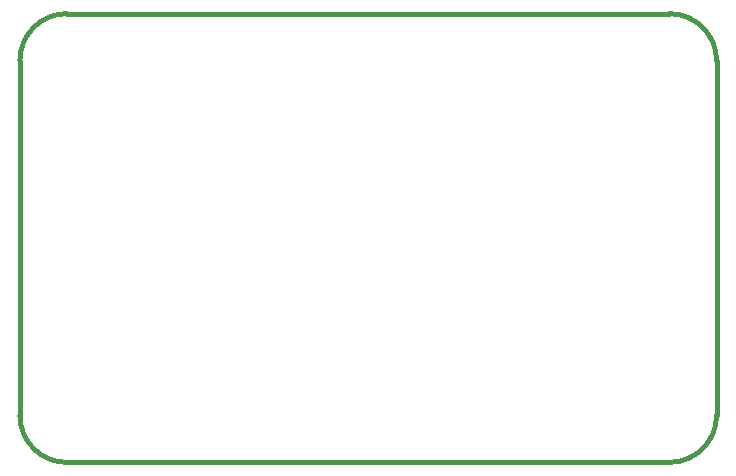
<source format=gm1>
%TF.GenerationSoftware,KiCad,Pcbnew,(6.0.1)*%
%TF.CreationDate,2022-06-02T17:03:42-04:00*%
%TF.ProjectId,SWLEDX8,53574c45-4458-4382-9e6b-696361645f70,X1*%
%TF.SameCoordinates,Original*%
%TF.FileFunction,Profile,NP*%
%FSLAX46Y46*%
G04 Gerber Fmt 4.6, Leading zero omitted, Abs format (unit mm)*
G04 Created by KiCad (PCBNEW (6.0.1)) date 2022-06-02 17:03:42*
%MOMM*%
%LPD*%
G01*
G04 APERTURE LIST*
%TA.AperFunction,Profile*%
%ADD10C,0.381000*%
%TD*%
G04 APERTURE END LIST*
D10*
X59000000Y-4000000D02*
X59000000Y-34000000D01*
X59000000Y-4000000D02*
G75*
G03*
X55000000Y0I-4000000J0D01*
G01*
X55000000Y0D02*
X4000000Y0D01*
X55000000Y-38000000D02*
X4000000Y-38000000D01*
X0Y-4000000D02*
X0Y-34000000D01*
X4000000Y0D02*
G75*
G03*
X0Y-4000000I0J-4000000D01*
G01*
X55000000Y-38000000D02*
G75*
G03*
X59000000Y-34000000I0J4000000D01*
G01*
X0Y-34000000D02*
G75*
G03*
X4000000Y-38000000I4000000J0D01*
G01*
M02*

</source>
